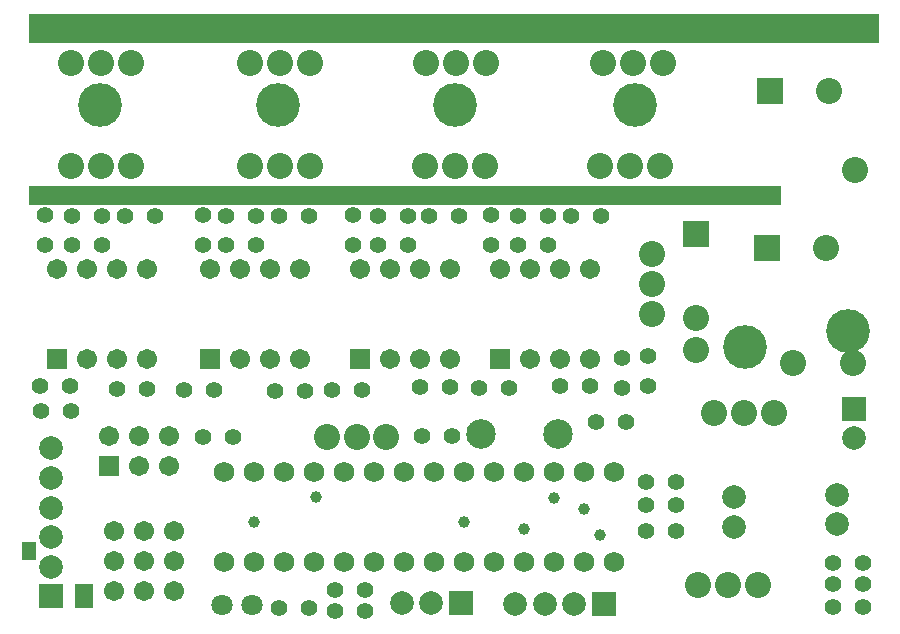
<source format=gbs>
%FSLAX24Y24*%
%MOIN*%
%SFA1B1*%

%IPPOS*%
%ADD43C,0.078900*%
%ADD44R,0.078900X0.078900*%
%ADD45C,0.055200*%
%ADD46C,0.071000*%
%ADD47C,0.086700*%
%ADD48C,0.098600*%
%ADD49R,0.078900X0.078900*%
%ADD50R,0.067100X0.067100*%
%ADD51C,0.067100*%
%ADD52R,0.086700X0.086700*%
%ADD53C,0.145800*%
%ADD54R,0.067100X0.067100*%
%ADD55R,0.086700X0.086700*%
%ADD56C,0.068000*%
%ADD57C,0.039500*%
%ADD58R,0.061000X0.078700*%
%ADD59R,0.047200X0.061000*%
%LN2x-h-bridge-1*%
%LPD*%
G36*
X31181Y17756D02*
X6102D01*
Y18406*
X31181*
Y17756*
G37*
G36*
X34449Y23150D02*
X6102D01*
Y24114*
X34449*
Y23150*
G37*
G54D43*
X24291Y4459D03*
X23307D03*
X22323D03*
X19528Y4508D03*
X18543D03*
X29626Y7037D03*
Y8022D03*
X6850Y9646D03*
Y5709D03*
Y6693D03*
Y7677D03*
Y8661D03*
X33622Y9990D03*
X33051Y7116D03*
Y8100D03*
G54D44*
X25276Y4459D03*
X20512Y4508D03*
G54D45*
X12931Y10020D03*
X11931D03*
X14461Y4321D03*
X15461D03*
X20205Y10059D03*
X19205D03*
X6508Y10906D03*
X7508D03*
X26675Y7776D03*
X27675D03*
X26675Y8514D03*
X27675D03*
X26740Y12724D03*
Y11724D03*
X25871Y12675D03*
Y11675D03*
X8552Y16444D03*
X7552D03*
X13693D03*
X12693D03*
X18735D03*
X17735D03*
X23431D03*
X22431D03*
X9047Y11614D03*
X10047D03*
X19136Y11703D03*
X20136D03*
X23831Y11713D03*
X24831D03*
X6652Y17444D03*
Y16444D03*
X16911D03*
Y17444D03*
X21509D03*
Y16444D03*
X7552Y17394D03*
X8552D03*
X12693D03*
X13693D03*
X17735D03*
X18735D03*
X22431D03*
X23431D03*
X9302D03*
X10302D03*
X14443D03*
X15443D03*
X19435D03*
X20435D03*
X24181D03*
X25182D03*
X6498Y11713D03*
X7498D03*
X11281Y11585D03*
X12282D03*
X16232Y11594D03*
X17232D03*
X21104Y11673D03*
X22104D03*
X26675Y6890D03*
X27675D03*
X33925Y4370D03*
X32925D03*
X17331Y4242D03*
X16331D03*
X32925Y5817D03*
X33925D03*
X17331Y4931D03*
X16331D03*
X33925Y5118D03*
X32925D03*
X11909Y16429D03*
Y17429D03*
X25031Y10532D03*
X26031D03*
X14333Y11575D03*
X15333D03*
G54D46*
X12539Y4429D03*
X13539D03*
G54D47*
X18032Y10039D03*
X17047D03*
X16063D03*
X28423Y5102D03*
X29423D03*
X30423D03*
X28353Y12938D03*
X33643Y18920D03*
X26883Y16140D03*
Y15140D03*
Y14140D03*
X28349Y13996D03*
X31587Y12480D03*
X33571D03*
X7507Y22500D03*
X8507D03*
X9507D03*
X13485D03*
X14485D03*
X15485D03*
X19365D03*
X20365D03*
X21365D03*
X25244D03*
X26244D03*
X27244D03*
X7507Y19047D03*
X8507D03*
X9507D03*
X13485D03*
X14485D03*
X15485D03*
X25144D03*
X26144D03*
X27144D03*
X28935Y10817D03*
X29935D03*
X30935D03*
X19315Y19047D03*
X20315D03*
X21315D03*
X32776Y21575D03*
X32677Y16339D03*
G54D48*
X21201Y10138D03*
X23760D03*
G54D49*
X6850Y4724D03*
X33622Y10974D03*
G54D50*
X8780Y9075D03*
G54D51*
X8780Y10075D03*
X9780Y9075D03*
Y10075D03*
X10780Y9075D03*
Y10075D03*
X10052Y15644D03*
X9052D03*
X8052D03*
X7052D03*
X10052Y12644D03*
X9052D03*
X8052D03*
X15143Y15644D03*
X14143D03*
X13143D03*
X12143D03*
X15143Y12644D03*
X14143D03*
X13143D03*
X20135Y15644D03*
X19135D03*
X18135D03*
X17135D03*
X20135Y12644D03*
X19135D03*
X18135D03*
X24832Y15644D03*
X23832D03*
X22831D03*
X21832D03*
X24832Y12644D03*
X23832D03*
X22831D03*
X8945Y4902D03*
Y5902D03*
Y6902D03*
X9945Y4902D03*
Y5902D03*
Y6902D03*
X10945D03*
Y5902D03*
Y4902D03*
G54D52*
X28349Y16791D03*
G54D53*
X33422Y13563D03*
X14425Y21096D03*
X20305Y21097D03*
X26331D03*
X30000Y13041D03*
X8497Y21097D03*
G54D54*
X7052Y12644D03*
X12143D03*
X17135D03*
X21832D03*
G54D55*
X30807Y21575D03*
X30709Y16339D03*
G54D56*
X25630Y8858D03*
X24630D03*
X25630Y5858D03*
X24630D03*
X23630Y8858D03*
X22630D03*
X21630D03*
X20630D03*
X19630D03*
X18630D03*
X17630D03*
X16630D03*
X15630D03*
X14630D03*
X13630D03*
X12630D03*
X23630Y5858D03*
X22630D03*
X21630D03*
X17630D03*
X18630D03*
X19630D03*
X20630D03*
X12630D03*
X13630D03*
X14630D03*
X15630D03*
X16630D03*
G54D57*
X15669Y8031D03*
X24606Y7638D03*
X23622Y7992D03*
X25157Y6772D03*
X13622Y7205D03*
X22618Y6969D03*
X20610Y7205D03*
G54D58*
X7963Y4744D03*
G54D59*
X6102Y6230D03*
M02*
</source>
